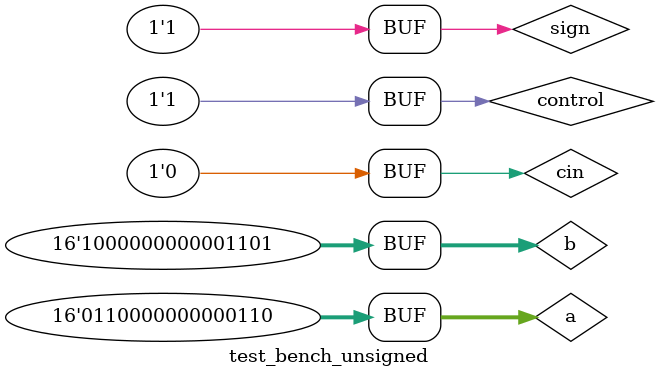
<source format=v>
`timescale 1ns/1ps

module test_bench_unsigned();

	// Test bench for the control_unit. 

	reg [15:0] a;
    reg [15:0] b;
    reg cin = 0;
    reg control = 0;
    reg sign = 0;
	wire [15:0] sum;
    wire cout;
    wire OF;

	CLA_16bit c(a,b,cin,control, sign,sum,cout, OF);

    // control_bit - 0 ,1
    // input - a,b,cin,control_bit
    // output - sum, cout

	initial begin

		$dumpfile("test_without_higher_order.vcd");
		$dumpvars(0,test_bench_unsigned);
        // unsigned
		a = 16'b0000000000000010; 
        b = 16'b0000000000000011; #20;
		a = 16'b1000000000000011; 
        b = 16'b1000000000000010; #20;
		a = 16'b1000000000001011; 
        b = 16'b0000000000000111; 
        control =1; #20;

        sign = 1;
        control = 0;
        // signed
        a = 16'b0000000000000010; 
        b = 16'b0000000000000011; #20;
		a = 16'b0100000000000011; 
        b = 16'b0100000000000010; #20;
        a = 16'b1111111111111101; 
        b = 16'b1111111111111110; #20;
        a = 16'b1000000000000110; 
        b = 16'b1000000000001101; #20;
        a = 16'b0000000000000110; 
        b = 16'b1111111111111101; #20;
        a = 16'b0000000000001101; 
        b = 16'b1111111111111111; 
        control = 1; #20;
        a = 16'b0110000000000110; 
        b = 16'b1000000000001101; 
        control = 1; #20;

	end

endmodule
</source>
